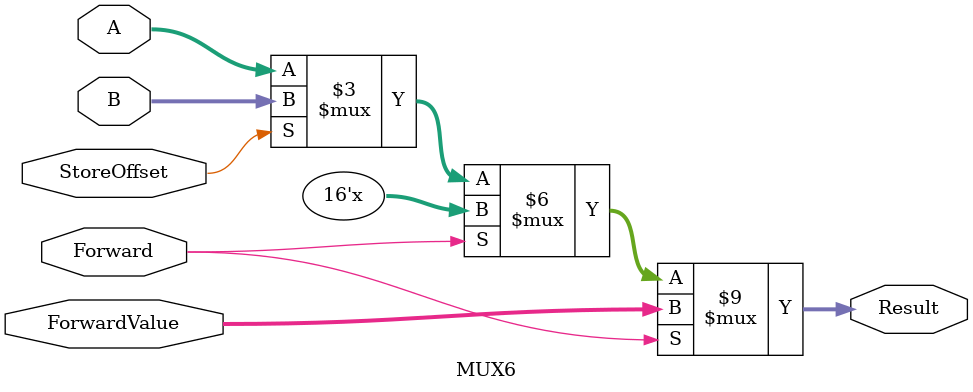
<source format=v>
module MUX6(input [15:0]A,B, ForwardValue,
			input StoreOffset, Forward,
			output reg [15:0] Result);
always @(*)
begin
	if(Forward)
	begin
		Result = ForwardValue;
	end
	else
	begin
	Result =  A;
	if(StoreOffset)
		Result = B;
	end
end
endmodule

</source>
